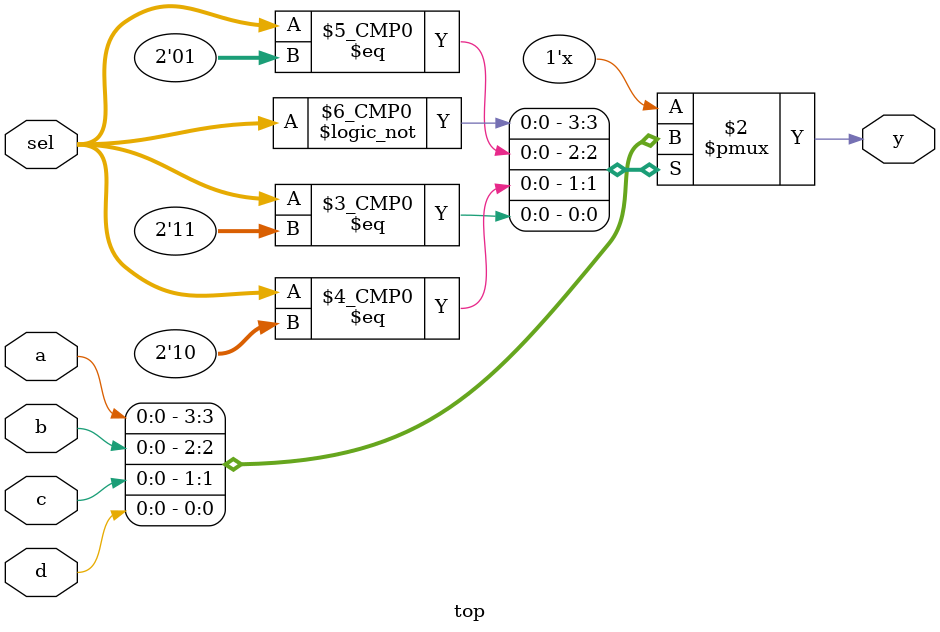
<source format=v>
module top(
input a,b,c,d,
input [1:0] sel,
output reg y 
);
    
  always@(*)
    begin
 		 casex(sel)
  		  2'b00:y = a;
  		  2'b01:y = b;
  		  2'b10:y = c;
  		  2'b11:y = d;
           default: y = a;
 		 endcase
    end
  
  
endmodule

</source>
